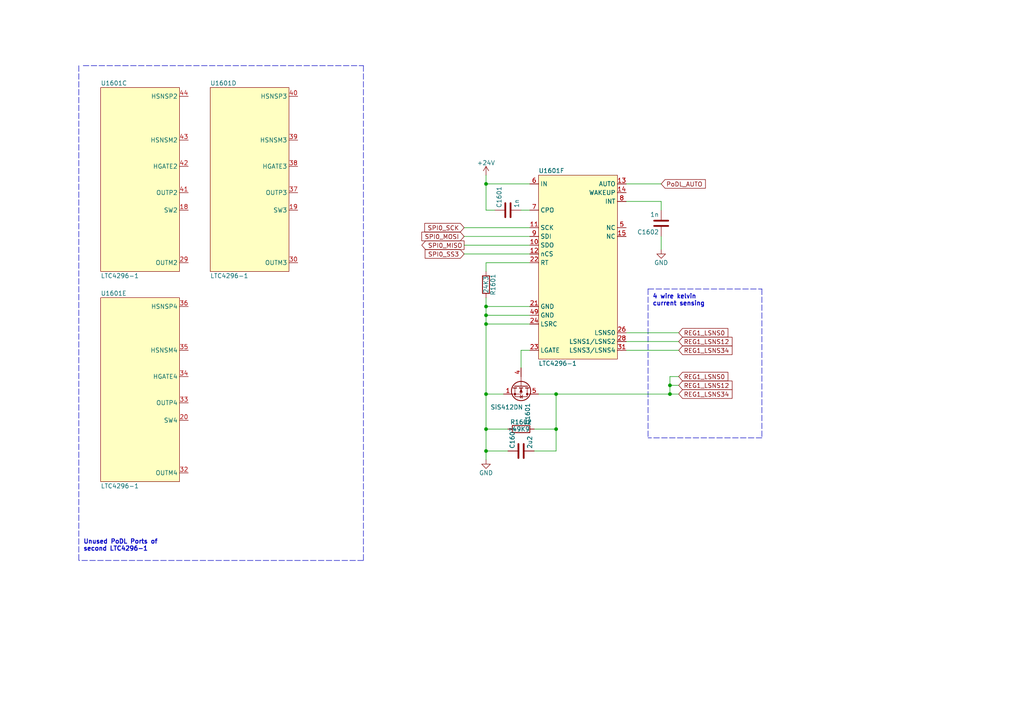
<source format=kicad_sch>
(kicad_sch (version 20211123) (generator eeschema)
  (paper "A4")
  (title_block (title "Open Hardware 10Base-T1L Switch") (date "2023-04-07") (rev "REV A") (company "Peter Heinrich") (comment 1 "Open Hardware License CERN-OHL-P v2") (comment 2 "https://github.com/peterheinrich/Open_10Base-T1L_Switch"))
  (lib_symbols
    (symbol "Device:C" (pin_numbers hide) (pin_names (offset 0.254))
      (property "Reference" "C" (at 0.635 2.54 0))
      (property "Value" "C" (at 0.635 -2.54 0))
      (symbol "C_0_1"
        (polyline (pts (xy -2.032 -0.762) (xy 2.032 -0.762)) (stroke (width 0.508)))
        (polyline (pts (xy -2.032 0.762) (xy 2.032 0.762)) (stroke (width 0.508)))
      )
      (symbol "C_1_1"
        (pin passive line (at 0 3.81 270) (length 2.794) (name "~") (number "1"))
        (pin passive line (at 0 -3.81 90) (length 2.794) (name "~") (number "2"))
      )
    )
    (symbol "Device:R" (pin_numbers hide) (pin_names (offset 0))
      (property "Reference" "R" (at 2.032 0 90))
      (property "Value" "R" (at 0 0 90))
      (symbol "R_0_1"
        (rectangle (start -1.016 -2.54) (end 1.016 2.54) (stroke (width 0.254)))
      )
      (symbol "R_1_1"
        (pin passive line (at 0 3.81 270) (length 1.27) (name "~") (number "1"))
        (pin passive line (at 0 -3.81 90) (length 1.27) (name "~") (number "2"))
      )
    )
    (symbol "LTC4296-1:LTC4296-1"
      (property "Reference" "U" (at 0 1.27 0))
      (property "Value" "LTC4296-1" (at 0 -54.61 0))
      (symbol "LTC4296-1_0_1"
        (rectangle (start 0 0) (end 22.86 -53.34) (fill (type background)))
      )
      (symbol "LTC4296-1_1_1"
        (pin output line (at 25.4 -30.48 180) (length 2.54) (name "OUTP0") (number "1"))
        (pin output line (at 25.4 -35.56 180) (length 2.54) (name "SW0") (number "16"))
        (pin output line (at 25.4 -22.86 180) (length 2.54) (name "HGATE0") (number "2"))
        (pin output line (at 25.4 -50.8 180) (length 2.54) (name "OUTM0") (number "25"))
        (pin input line (at 25.4 -15.24 180) (length 2.54) (name "HSNSM0") (number "3"))
        (pin input line (at 25.4 -2.54 180) (length 2.54) (name "HSNSP0") (number "4"))
      )
      (symbol "LTC4296-1_2_1"
        (pin output line (at 25.4 -35.56 180) (length 2.54) (name "SW1") (number "17"))
        (pin output line (at 25.4 -50.8 180) (length 2.54) (name "OUTM1") (number "27"))
        (pin output line (at 25.4 -30.48 180) (length 2.54) (name "OUTP1") (number "45"))
        (pin output line (at 25.4 -22.86 180) (length 2.54) (name "HGATE1") (number "46"))
        (pin input line (at 25.4 -15.24 180) (length 2.54) (name "HSNSM1") (number "47"))
        (pin input line (at 25.4 -2.54 180) (length 2.54) (name "HSNSP1") (number "48"))
      )
      (symbol "LTC4296-1_3_1"
        (pin output line (at 25.4 -35.56 180) (length 2.54) (name "SW2") (number "18"))
        (pin output line (at 25.4 -50.8 180) (length 2.54) (name "OUTM2") (number "29"))
        (pin output line (at 25.4 -30.48 180) (length 2.54) (name "OUTP2") (number "41"))
        (pin output line (at 25.4 -22.86 180) (length 2.54) (name "HGATE2") (number "42"))
        (pin input line (at 25.4 -15.24 180) (length 2.54) (name "HSNSM2") (number "43"))
        (pin input line (at 25.4 -2.54 180) (length 2.54) (name "HSNSP2") (number "44"))
      )
      (symbol "LTC4296-1_4_1"
        (pin output line (at 25.4 -35.56 180) (length 2.54) (name "SW3") (number "19"))
        (pin output line (at 25.4 -50.8 180) (length 2.54) (name "OUTM3") (number "30"))
        (pin output line (at 25.4 -30.48 180) (length 2.54) (name "OUTP3") (number "37"))
        (pin output line (at 25.4 -22.86 180) (length 2.54) (name "HGATE3") (number "38"))
        (pin input line (at 25.4 -15.24 180) (length 2.54) (name "HSNSM3") (number "39"))
        (pin input line (at 25.4 -2.54 180) (length 2.54) (name "HSNSP3") (number "40"))
      )
      (symbol "LTC4296-1_5_1"
        (pin output line (at 25.4 -35.56 180) (length 2.54) (name "SW4") (number "20"))
        (pin output line (at 25.4 -50.8 180) (length 2.54) (name "OUTM4") (number "32"))
        (pin output line (at 25.4 -30.48 180) (length 2.54) (name "OUTP4") (number "33"))
        (pin output line (at 25.4 -22.86 180) (length 2.54) (name "HGATE4") (number "34"))
        (pin input line (at 25.4 -15.24 180) (length 2.54) (name "HSNSM4") (number "35"))
        (pin input line (at 25.4 -2.54 180) (length 2.54) (name "HSNSP4") (number "36"))
      )
      (symbol "LTC4296-1_6_1"
        (pin output line (at -2.54 -20.32 0) (length 2.54) (name "SDO") (number "10"))
        (pin input line (at -2.54 -15.24 0) (length 2.54) (name "SCK") (number "11"))
        (pin input line (at -2.54 -22.86 0) (length 2.54) (name "nCS") (number "12"))
        (pin input line (at 25.4 -2.54 180) (length 2.54) (name "AUTO") (number "13"))
        (pin bidirectional line (at 25.4 -5.08 180) (length 2.54) (name "WAKEUP") (number "14"))
        (pin input line (at 25.4 -17.78 180) (length 2.54) (name "NC") (number "15"))
        (pin power_in line (at -2.54 -38.1 0) (length 2.54) (name "GND") (number "21"))
        (pin input line (at -2.54 -25.4 0) (length 2.54) (name "RT") (number "22"))
        (pin output line (at -2.54 -50.8 0) (length 2.54) (name "LGATE") (number "23"))
        (pin input line (at -2.54 -43.18 0) (length 2.54) (name "LSRC") (number "24"))
        (pin input line (at 25.4 -45.72 180) (length 2.54) (name "LSNS0") (number "26"))
        (pin input line (at 25.4 -48.26 180) (length 2.54) (name "LSNS1/LSNS2") (number "28"))
        (pin input line (at 25.4 -50.8 180) (length 2.54) (name "LSNS3/LSNS4") (number "31"))
        (pin power_in line (at -2.54 -40.64 0) (length 2.54) (name "GND") (number "49"))
        (pin input line (at 25.4 -15.24 180) (length 2.54) (name "NC") (number "5"))
        (pin power_in line (at -2.54 -2.54 0) (length 2.54) (name "IN") (number "6"))
        (pin bidirectional line (at -2.54 -10.16 0) (length 2.54) (name "CPO") (number "7"))
        (pin bidirectional line (at 25.4 -7.62 180) (length 2.54) (name "INT") (number "8"))
        (pin input line (at -2.54 -17.78 0) (length 2.54) (name "SDI") (number "9"))
      )
    )
    (symbol "LTC4296-1_2"
      (property "Reference" "U" (at 0 1.27 0))
      (property "Value" "LTC4296-1_2" (at 0 -54.61 0))
      (symbol "LTC4296-1_2_0_1"
        (rectangle (start 0 0) (end 22.86 -53.34) (fill (type background)))
      )
      (symbol "LTC4296-1_2_1_1"
        (pin output line (at 25.4 -30.48 180) (length 2.54) (name "OUTP0") (number "1"))
        (pin output line (at 25.4 -35.56 180) (length 2.54) (name "SW0") (number "16"))
        (pin output line (at 25.4 -22.86 180) (length 2.54) (name "HGATE0") (number "2"))
        (pin output line (at 25.4 -50.8 180) (length 2.54) (name "OUTM0") (number "25"))
        (pin input line (at 25.4 -15.24 180) (length 2.54) (name "HSNSM0") (number "3"))
        (pin input line (at 25.4 -2.54 180) (length 2.54) (name "HSNSP0") (number "4"))
      )
      (symbol "LTC4296-1_2_2_1"
        (pin output line (at 25.4 -35.56 180) (length 2.54) (name "SW1") (number "17"))
        (pin output line (at 25.4 -50.8 180) (length 2.54) (name "OUTM1") (number "27"))
        (pin output line (at 25.4 -30.48 180) (length 2.54) (name "OUTP1") (number "45"))
        (pin output line (at 25.4 -22.86 180) (length 2.54) (name "HGATE1") (number "46"))
        (pin input line (at 25.4 -15.24 180) (length 2.54) (name "HSNSM1") (number "47"))
        (pin input line (at 25.4 -2.54 180) (length 2.54) (name "HSNSP1") (number "48"))
      )
      (symbol "LTC4296-1_2_3_1"
        (pin output line (at 25.4 -35.56 180) (length 2.54) (name "SW2") (number "18"))
        (pin output line (at 25.4 -50.8 180) (length 2.54) (name "OUTM2") (number "29"))
        (pin output line (at 25.4 -30.48 180) (length 2.54) (name "OUTP2") (number "41"))
        (pin output line (at 25.4 -22.86 180) (length 2.54) (name "HGATE2") (number "42"))
        (pin input line (at 25.4 -15.24 180) (length 2.54) (name "HSNSM2") (number "43"))
        (pin input line (at 25.4 -2.54 180) (length 2.54) (name "HSNSP2") (number "44"))
      )
      (symbol "LTC4296-1_2_4_1"
        (pin output line (at 25.4 -35.56 180) (length 2.54) (name "SW3") (number "19"))
        (pin output line (at 25.4 -50.8 180) (length 2.54) (name "OUTM3") (number "30"))
        (pin output line (at 25.4 -30.48 180) (length 2.54) (name "OUTP3") (number "37"))
        (pin output line (at 25.4 -22.86 180) (length 2.54) (name "HGATE3") (number "38"))
        (pin input line (at 25.4 -15.24 180) (length 2.54) (name "HSNSM3") (number "39"))
        (pin input line (at 25.4 -2.54 180) (length 2.54) (name "HSNSP3") (number "40"))
      )
      (symbol "LTC4296-1_2_5_1"
        (pin output line (at 25.4 -35.56 180) (length 2.54) (name "SW4") (number "20"))
        (pin output line (at 25.4 -50.8 180) (length 2.54) (name "OUTM4") (number "32"))
        (pin output line (at 25.4 -30.48 180) (length 2.54) (name "OUTP4") (number "33"))
        (pin output line (at 25.4 -22.86 180) (length 2.54) (name "HGATE4") (number "34"))
        (pin input line (at 25.4 -15.24 180) (length 2.54) (name "HSNSM4") (number "35"))
        (pin input line (at 25.4 -2.54 180) (length 2.54) (name "HSNSP4") (number "36"))
      )
      (symbol "LTC4296-1_2_6_1"
        (pin output line (at -2.54 -20.32 0) (length 2.54) (name "SDO") (number "10"))
        (pin input line (at -2.54 -15.24 0) (length 2.54) (name "SCK") (number "11"))
        (pin input line (at -2.54 -22.86 0) (length 2.54) (name "nCS") (number "12"))
        (pin input line (at 25.4 -2.54 180) (length 2.54) (name "AUTO") (number "13"))
        (pin bidirectional line (at 25.4 -5.08 180) (length 2.54) (name "WAKEUP") (number "14"))
        (pin input line (at 25.4 -17.78 180) (length 2.54) (name "NC") (number "15"))
        (pin power_in line (at -2.54 -38.1 0) (length 2.54) (name "GND") (number "21"))
        (pin input line (at -2.54 -25.4 0) (length 2.54) (name "RT") (number "22"))
        (pin output line (at -2.54 -50.8 0) (length 2.54) (name "LGATE") (number "23"))
        (pin input line (at -2.54 -43.18 0) (length 2.54) (name "LSRC") (number "24"))
        (pin input line (at 25.4 -45.72 180) (length 2.54) (name "LSNS0") (number "26"))
        (pin input line (at 25.4 -48.26 180) (length 2.54) (name "LSNS1/LSNS2") (number "28"))
        (pin input line (at 25.4 -50.8 180) (length 2.54) (name "LSNS3/LSNS4") (number "31"))
        (pin power_in line (at -2.54 -40.64 0) (length 2.54) (name "GND") (number "49"))
        (pin input line (at 25.4 -15.24 180) (length 2.54) (name "NC") (number "5"))
        (pin power_in line (at -2.54 -2.54 0) (length 2.54) (name "IN") (number "6"))
        (pin bidirectional line (at -2.54 -10.16 0) (length 2.54) (name "CPO") (number "7"))
        (pin bidirectional line (at 25.4 -7.62 180) (length 2.54) (name "INT") (number "8"))
        (pin input line (at -2.54 -17.78 0) (length 2.54) (name "SDI") (number "9"))
      )
    )
    (symbol "LTC4296-1_3"
      (property "Reference" "U" (at 0 1.27 0))
      (property "Value" "LTC4296-1_3" (at 0 -54.61 0))
      (symbol "LTC4296-1_3_0_1"
        (rectangle (start 0 0) (end 22.86 -53.34) (fill (type background)))
      )
      (symbol "LTC4296-1_3_1_1"
        (pin output line (at 25.4 -30.48 180) (length 2.54) (name "OUTP0") (number "1"))
        (pin output line (at 25.4 -35.56 180) (length 2.54) (name "SW0") (number "16"))
        (pin output line (at 25.4 -22.86 180) (length 2.54) (name "HGATE0") (number "2"))
        (pin output line (at 25.4 -50.8 180) (length 2.54) (name "OUTM0") (number "25"))
        (pin input line (at 25.4 -15.24 180) (length 2.54) (name "HSNSM0") (number "3"))
        (pin input line (at 25.4 -2.54 180) (length 2.54) (name "HSNSP0") (number "4"))
      )
      (symbol "LTC4296-1_3_2_1"
        (pin output line (at 25.4 -35.56 180) (length 2.54) (name "SW1") (number "17"))
        (pin output line (at 25.4 -50.8 180) (length 2.54) (name "OUTM1") (number "27"))
        (pin output line (at 25.4 -30.48 180) (length 2.54) (name "OUTP1") (number "45"))
        (pin output line (at 25.4 -22.86 180) (length 2.54) (name "HGATE1") (number "46"))
        (pin input line (at 25.4 -15.24 180) (length 2.54) (name "HSNSM1") (number "47"))
        (pin input line (at 25.4 -2.54 180) (length 2.54) (name "HSNSP1") (number "48"))
      )
      (symbol "LTC4296-1_3_3_1"
        (pin output line (at 25.4 -35.56 180) (length 2.54) (name "SW2") (number "18"))
        (pin output line (at 25.4 -50.8 180) (length 2.54) (name "OUTM2") (number "29"))
        (pin output line (at 25.4 -30.48 180) (length 2.54) (name "OUTP2") (number "41"))
        (pin output line (at 25.4 -22.86 180) (length 2.54) (name "HGATE2") (number "42"))
        (pin input line (at 25.4 -15.24 180) (length 2.54) (name "HSNSM2") (number "43"))
        (pin input line (at 25.4 -2.54 180) (length 2.54) (name "HSNSP2") (number "44"))
      )
      (symbol "LTC4296-1_3_4_1"
        (pin output line (at 25.4 -35.56 180) (length 2.54) (name "SW3") (number "19"))
        (pin output line (at 25.4 -50.8 180) (length 2.54) (name "OUTM3") (number "30"))
        (pin output line (at 25.4 -30.48 180) (length 2.54) (name "OUTP3") (number "37"))
        (pin output line (at 25.4 -22.86 180) (length 2.54) (name "HGATE3") (number "38"))
        (pin input line (at 25.4 -15.24 180) (length 2.54) (name "HSNSM3") (number "39"))
        (pin input line (at 25.4 -2.54 180) (length 2.54) (name "HSNSP3") (number "40"))
      )
      (symbol "LTC4296-1_3_5_1"
        (pin output line (at 25.4 -35.56 180) (length 2.54) (name "SW4") (number "20"))
        (pin output line (at 25.4 -50.8 180) (length 2.54) (name "OUTM4") (number "32"))
        (pin output line (at 25.4 -30.48 180) (length 2.54) (name "OUTP4") (number "33"))
        (pin output line (at 25.4 -22.86 180) (length 2.54) (name "HGATE4") (number "34"))
        (pin input line (at 25.4 -15.24 180) (length 2.54) (name "HSNSM4") (number "35"))
        (pin input line (at 25.4 -2.54 180) (length 2.54) (name "HSNSP4") (number "36"))
      )
      (symbol "LTC4296-1_3_6_1"
        (pin output line (at -2.54 -20.32 0) (length 2.54) (name "SDO") (number "10"))
        (pin input line (at -2.54 -15.24 0) (length 2.54) (name "SCK") (number "11"))
        (pin input line (at -2.54 -22.86 0) (length 2.54) (name "nCS") (number "12"))
        (pin input line (at 25.4 -2.54 180) (length 2.54) (name "AUTO") (number "13"))
        (pin bidirectional line (at 25.4 -5.08 180) (length 2.54) (name "WAKEUP") (number "14"))
        (pin input line (at 25.4 -17.78 180) (length 2.54) (name "NC") (number "15"))
        (pin power_in line (at -2.54 -38.1 0) (length 2.54) (name "GND") (number "21"))
        (pin input line (at -2.54 -25.4 0) (length 2.54) (name "RT") (number "22"))
        (pin output line (at -2.54 -50.8 0) (length 2.54) (name "LGATE") (number "23"))
        (pin input line (at -2.54 -43.18 0) (length 2.54) (name "LSRC") (number "24"))
        (pin input line (at 25.4 -45.72 180) (length 2.54) (name "LSNS0") (number "26"))
        (pin input line (at 25.4 -48.26 180) (length 2.54) (name "LSNS1/LSNS2") (number "28"))
        (pin input line (at 25.4 -50.8 180) (length 2.54) (name "LSNS3/LSNS4") (number "31"))
        (pin power_in line (at -2.54 -40.64 0) (length 2.54) (name "GND") (number "49"))
        (pin input line (at 25.4 -15.24 180) (length 2.54) (name "NC") (number "5"))
        (pin power_in line (at -2.54 -2.54 0) (length 2.54) (name "IN") (number "6"))
        (pin bidirectional line (at -2.54 -10.16 0) (length 2.54) (name "CPO") (number "7"))
        (pin bidirectional line (at 25.4 -7.62 180) (length 2.54) (name "INT") (number "8"))
        (pin input line (at -2.54 -17.78 0) (length 2.54) (name "SDI") (number "9"))
      )
    )
    (symbol "Transistor_FET:SiS454DN" (pin_names hide)
      (property "Reference" "Q" (at 5.08 1.905 0))
      (property "Value" "SiS454DN" (at 5.08 0 0))
      (symbol "SiS454DN_0_1"
        (polyline (pts (xy 0.254 0) (xy -2.54 0)))
        (polyline (pts (xy 0.254 1.905) (xy 0.254 -1.905)) (stroke (width 0.254)))
        (polyline (pts (xy 0.762 -1.27) (xy 0.762 -2.286)) (stroke (width 0.254)))
        (polyline (pts (xy 0.762 0.508) (xy 0.762 -0.508)) (stroke (width 0.254)))
        (polyline (pts (xy 0.762 2.286) (xy 0.762 1.27)) (stroke (width 0.254)))
        (polyline (pts (xy 2.54 2.54) (xy 2.54 1.778)))
        (polyline (pts (xy 2.54 -2.54) (xy 2.54 0) (xy 0.762 0)))
        (polyline (pts (xy 0.762 -1.778) (xy 3.302 -1.778) (xy 3.302 1.778) (xy 0.762 1.778)))
        (polyline (pts (xy 1.016 0) (xy 2.032 0.381) (xy 2.032 -0.381) (xy 1.016 0)) (fill (type outline)))
        (polyline (pts (xy 2.794 0.508) (xy 2.921 0.381) (xy 3.683 0.381) (xy 3.81 0.254)))
        (polyline (pts (xy 3.302 0.381) (xy 2.921 -0.254) (xy 3.683 -0.254) (xy 3.302 0.381)))
        (circle (center 1.651 0) (radius 2.794) (stroke (width 0.254)))
        (circle (center 2.54 -1.778) (radius 0.254) (fill (type outline)))
        (circle (center 2.54 1.778) (radius 0.254) (fill (type outline)))
      )
      (symbol "SiS454DN_1_1"
        (pin passive line (at 2.54 -5.08 90) (length 2.54) (name "S") (number "1"))
        (pin passive line (at 2.54 -5.08 90) (length 2.54) hide (name "S") (number "2"))
        (pin passive line (at 2.54 -5.08 90) (length 2.54) hide (name "S") (number "3"))
        (pin input line (at -5.08 0 0) (length 2.54) (name "G") (number "4"))
        (pin passive line (at 2.54 5.08 270) (length 2.54) (name "D") (number "5"))
      )
    )
    (symbol "power:+24V" (power) (pin_names (offset 0))
      (property "Value" "+24V" (at 0 3.556 0))
      (symbol "+24V_0_1"
        (polyline (pts (xy -0.762 1.27) (xy 0 2.54)))
        (polyline (pts (xy 0 0) (xy 0 2.54)))
        (polyline (pts (xy 0 2.54) (xy 0.762 1.27)))
      )
      (symbol "+24V_1_1"
        (pin power_in line (at 0 0 90) (length 0) hide (name "+24V") (number "1"))
      )
    )
    (symbol "power:GND" (power) (pin_names (offset 0))
      (property "Value" "GND" (at 0 -3.81 0))
      (symbol "GND_0_1"
        (polyline (pts (xy 0 0) (xy 0 -1.27) (xy 1.27 -1.27) (xy 0 -2.54) (xy -1.27 -1.27) (xy 0 -1.27)))
      )
      (symbol "GND_1_1"
        (pin power_in line (at 0 0 270) (length 0) hide (name "GND") (number "1"))
      )
    )
  )
  (junction (at 140.97 53.34))
  (junction (at 140.97 124.46))
  (junction (at 194.31 114.3))
  (junction (at 161.29 124.46))
  (junction (at 194.31 111.76))
  (junction (at 140.97 130.81))
  (junction (at 140.97 114.3))
  (junction (at 161.29 114.3))
  (junction (at 140.97 91.44))
  (junction (at 140.97 93.98))
  (junction (at 140.97 88.9))
  (wire (pts (xy 194.31 111.76) (xy 194.31 109.22)))
  (wire (pts (xy 181.61 99.06) (xy 196.85 99.06)))
  (wire (pts (xy 140.97 88.9) (xy 140.97 91.44)))
  (wire (pts (xy 140.97 124.46) (xy 147.32 124.46)))
  (wire (pts (xy 134.62 66.04) (xy 153.67 66.04)))
  (wire (pts (xy 140.97 130.81) (xy 140.97 133.35)))
  (wire (pts (xy 191.77 68.58) (xy 191.77 72.39)))
  (wire (pts (xy 140.97 86.36) (xy 140.97 88.9)))
  (polyline (pts (xy 187.96 83.82) (xy 220.98 83.82)))
  (wire (pts (xy 194.31 109.22) (xy 196.85 109.22)))
  (wire (pts (xy 194.31 111.76) (xy 194.31 114.3)))
  (wire (pts (xy 140.97 88.9) (xy 153.67 88.9)))
  (wire (pts (xy 156.21 114.3) (xy 161.29 114.3)))
  (wire (pts (xy 181.61 53.34) (xy 191.77 53.34)))
  (polyline (pts (xy 220.98 127) (xy 187.96 127)))
  (wire (pts (xy 140.97 91.44) (xy 140.97 93.98)))
  (wire (pts (xy 161.29 124.46) (xy 161.29 114.3)))
  (wire (pts (xy 140.97 50.8) (xy 140.97 53.34)))
  (polyline (pts (xy 105.41 162.56) (xy 22.86 162.56)))
  (wire (pts (xy 191.77 58.42) (xy 191.77 60.96)))
  (wire (pts (xy 140.97 130.81) (xy 140.97 124.46)))
  (wire (pts (xy 151.13 60.96) (xy 153.67 60.96)))
  (wire (pts (xy 194.31 114.3) (xy 196.85 114.3)))
  (wire (pts (xy 140.97 53.34) (xy 153.67 53.34)))
  (wire (pts (xy 181.61 101.6) (xy 196.85 101.6)))
  (wire (pts (xy 181.61 96.52) (xy 196.85 96.52)))
  (wire (pts (xy 143.51 60.96) (xy 140.97 60.96)))
  (wire (pts (xy 140.97 93.98) (xy 153.67 93.98)))
  (polyline (pts (xy 187.96 83.82) (xy 187.96 127)))
  (wire (pts (xy 154.94 130.81) (xy 161.29 130.81)))
  (wire (pts (xy 161.29 114.3) (xy 194.31 114.3)))
  (wire (pts (xy 140.97 114.3) (xy 146.05 114.3)))
  (wire (pts (xy 151.13 106.68) (xy 151.13 101.6)))
  (wire (pts (xy 151.13 101.6) (xy 153.67 101.6)))
  (wire (pts (xy 134.62 71.12) (xy 153.67 71.12)))
  (wire (pts (xy 154.94 124.46) (xy 161.29 124.46)))
  (wire (pts (xy 140.97 76.2) (xy 153.67 76.2)))
  (wire (pts (xy 134.62 73.66) (xy 153.67 73.66)))
  (wire (pts (xy 140.97 124.46) (xy 140.97 114.3)))
  (wire (pts (xy 134.62 68.58) (xy 153.67 68.58)))
  (wire (pts (xy 140.97 60.96) (xy 140.97 53.34)))
  (polyline (pts (xy 105.41 19.05) (xy 105.41 162.56)))
  (wire (pts (xy 147.32 130.81) (xy 140.97 130.81)))
  (wire (pts (xy 140.97 93.98) (xy 140.97 114.3)))
  (wire (pts (xy 181.61 58.42) (xy 191.77 58.42)))
  (polyline (pts (xy 22.86 19.05) (xy 22.86 162.56)))
  (polyline (pts (xy 220.98 83.82) (xy 220.98 127)))
  (wire (pts (xy 140.97 91.44) (xy 153.67 91.44)))
  (polyline (pts (xy 24.13 19.05) (xy 105.41 19.05)))
  (wire (pts (xy 161.29 130.81) (xy 161.29 124.46)))
  (wire (pts (xy 140.97 78.74) (xy 140.97 76.2)))
  (wire (pts (xy 194.31 111.76) (xy 196.85 111.76)))
  (text "4 wire kelvin\ncurrent sensing" (at 189.23 88.9 0) (effects (font (size 1.27 1.27) bold) (justify left bottom)))
  (text "Unused PoDL Ports of \nsecond LTC4296-1" (at 24.13 160.02 0) (effects (font (size 1.27 1.27) (thickness 0.254) bold) (justify left bottom)))
  (global_label "REG1_LSNS0" (shape input) (at 196.85 96.52 0) (property "Intersheet References" "${INTERSHEET_REFS}" (effects hide)))
  (global_label "SPI0_SS3" (shape input) (at 134.62 73.66 180) (property "Intersheet References" "${INTERSHEET_REFS}" (effects hide)))
  (global_label "REG1_LSNS12" (shape input) (at 196.85 99.06 0) (property "Intersheet References" "${INTERSHEET_REFS}" (effects hide)))
  (global_label "SPI0_SCK" (shape input) (at 134.62 66.04 180) (property "Intersheet References" "${INTERSHEET_REFS}" (effects hide)))
  (global_label "REG1_LSNS12" (shape input) (at 196.85 111.76 0) (property "Intersheet References" "${INTERSHEET_REFS}" (effects hide)))
  (global_label "SPI0_MISO" (shape output) (at 134.62 71.12 180) (property "Intersheet References" "${INTERSHEET_REFS}" (effects hide)))
  (global_label "REG1_LSNS0" (shape input) (at 196.85 109.22 0) (property "Intersheet References" "${INTERSHEET_REFS}" (effects hide)))
  (global_label "REG1_LSNS34" (shape input) (at 196.85 114.3 0) (property "Intersheet References" "${INTERSHEET_REFS}" (effects hide)))
  (global_label "REG1_LSNS34" (shape input) (at 196.85 101.6 0) (property "Intersheet References" "${INTERSHEET_REFS}" (effects hide)))
  (global_label "SPI0_MOSI" (shape input) (at 134.62 68.58 180) (property "Intersheet References" "${INTERSHEET_REFS}" (effects hide)))
  (global_label "PoDL_AUTO" (shape input) (at 191.77 53.34 0) (property "Intersheet References" "${INTERSHEET_REFS}" (effects hide)))
  (symbol (lib_id "power:+24V") (at 140.97 50.8 0) (unit 1)
    (property "Reference" "#PWR01601" (effects hide))
    (property "Value" "+24V" (at 140.97 47.244 0))
  )
  (symbol (lib_id "Device:C") (at 147.32 60.96 90) (unit 1)
    (property "Reference" "C1601" (at 144.78 60.325 0) (effects (justify left)))
    (property "Value" "1n" (at 149.86 60.325 0) (effects (justify left)))
    (property "Footprint" "Capacitor_SMD:C_0603_1608Metric" (effects hide))
  )
  (symbol (lib_id "Device:C") (at 191.77 64.77 180) (unit 1)
    (property "Reference" "C1602" (at 191.135 67.31 0) (effects (justify left)))
    (property "Value" "1n" (at 191.135 62.23 0) (effects (justify left)))
    (property "Footprint" "Capacitor_SMD:C_0603_1608Metric" (effects hide))
  )
  (symbol (lib_id "power:GND") (at 191.77 72.39 0) (unit 1)
    (property "Reference" "#PWR01602" (effects hide))
    (property "Value" "GND" (at 191.77 76.2 0))
  )
  (symbol (lib_id "power:GND") (at 140.97 133.35 0) (unit 1)
    (property "Reference" "#PWR01603" (effects hide))
    (property "Value" "GND" (at 140.97 137.16 0))
  )
  (symbol (lib_id "Device:R") (at 151.13 124.46 90) (unit 1)
    (property "Reference" "R1602" (at 151.13 122.428 90))
    (property "Value" "49K9" (at 151.13 124.46 90))
    (property "Footprint" "Resistor_SMD:R_0805_2012Metric" (effects hide))
  )
  (symbol (lib_name "LTC4296-1_2") (lib_id "LTC4296-1:LTC4296-1") (at 29.21 25.4 0) (unit 3)
    (property "Reference" "U1601" (at 29.21 24.13 0) (effects (justify left)))
    (property "Value" "LTC4296-1" (at 29.21 80.01 0) (effects (justify left)))
    (property "Footprint" "Package_DFN_QFN:QFN-48-1EP_7x7mm_P0.5mm_EP5.3x5.3mm_ThermalVias" (effects hide))
    (property "Datasheet" "https://www.analog.com/media/en/technical-documentation/data-sheets/ltc4296-1.pdf" (effects hide))
  )
  (symbol (lib_id "LTC4296-1:LTC4296-1") (at 156.21 50.8 0) (unit 6)
    (property "Reference" "U1601" (at 156.21 49.53 0) (effects (justify left)))
    (property "Value" "LTC4296-1" (at 156.21 105.41 0) (effects (justify left)))
    (property "Footprint" "Package_DFN_QFN:QFN-48-1EP_7x7mm_P0.5mm_EP5.3x5.3mm_ThermalVias" (effects hide))
    (property "Datasheet" "https://www.analog.com/media/en/technical-documentation/data-sheets/ltc4296-1.pdf" (effects hide))
  )
  (symbol (lib_name "LTC4296-1_3") (lib_id "LTC4296-1:LTC4296-1") (at 60.96 25.4 0) (unit 4)
    (property "Reference" "U1601" (at 60.96 24.13 0) (effects (justify left)))
    (property "Value" "LTC4296-1" (at 60.96 80.01 0) (effects (justify left)))
    (property "Footprint" "Package_DFN_QFN:QFN-48-1EP_7x7mm_P0.5mm_EP5.3x5.3mm_ThermalVias" (effects hide))
    (property "Datasheet" "https://www.analog.com/media/en/technical-documentation/data-sheets/ltc4296-1.pdf" (effects hide))
  )
  (symbol (lib_id "Transistor_FET:SiS454DN") (at 151.13 111.76 270) (unit 1)
    (property "Reference" "Q1601" (at 153.035 116.84 0) (effects (justify left)))
    (property "Value" "SiS412DN" (at 142.24 118.11 90) (effects (justify left)))
    (property "Footprint" "Package_SO:Vishay_PowerPAK_1212-8_Single" (effects hide))
  )
  (symbol (lib_id "Device:R") (at 140.97 82.55 0) (unit 1)
    (property "Reference" "R1601" (at 143.002 82.55 90))
    (property "Value" "24K3" (at 140.97 82.55 90))
    (property "Footprint" "Resistor_SMD:R_0603_1608Metric" (effects hide))
  )
  (symbol (lib_id "LTC4296-1:LTC4296-1") (at 29.21 86.36 0) (unit 5)
    (property "Reference" "U1601" (at 29.21 85.09 0) (effects (justify left)))
    (property "Value" "LTC4296-1" (at 29.21 140.97 0) (effects (justify left)))
    (property "Footprint" "Package_DFN_QFN:QFN-48-1EP_7x7mm_P0.5mm_EP5.3x5.3mm_ThermalVias" (effects hide))
    (property "Datasheet" "https://www.analog.com/media/en/technical-documentation/data-sheets/ltc4296-1.pdf" (effects hide))
  )
  (symbol (lib_id "Device:C") (at 151.13 130.81 90) (unit 1)
    (property "Reference" "C1603" (at 148.59 130.175 0) (effects (justify left)))
    (property "Value" "2u2" (at 153.67 130.175 0) (effects (justify left)))
    (property "Footprint" "Capacitor_SMD:C_0805_2012Metric" (effects hide))
  )
)
</source>
